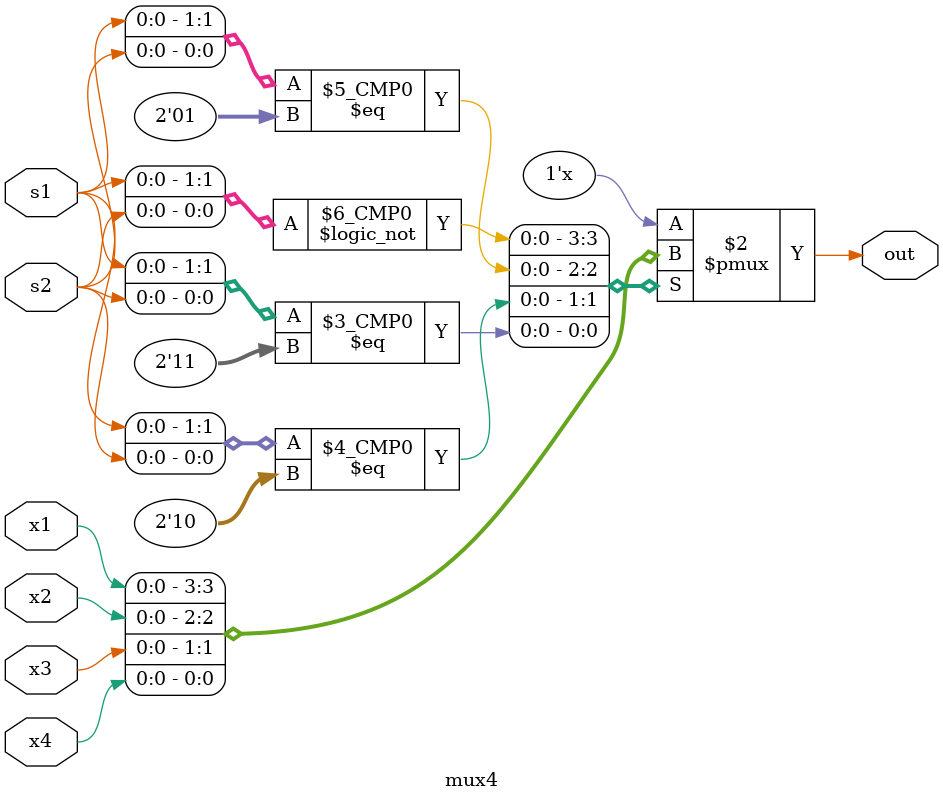
<source format=v>
`timescale 1ns / 1ps


module mux4(
input wire x1,
input wire x2,
input wire x3,
input wire x4,
input wire s1,
input wire s2,
output reg out
);
always@(*) begin
case({s1, s2})
2'b00: out=x1;
2'b01: out=x2;
2'b10: out=x3;
2'b11: out=x4;
endcase
end
endmodule




</source>
